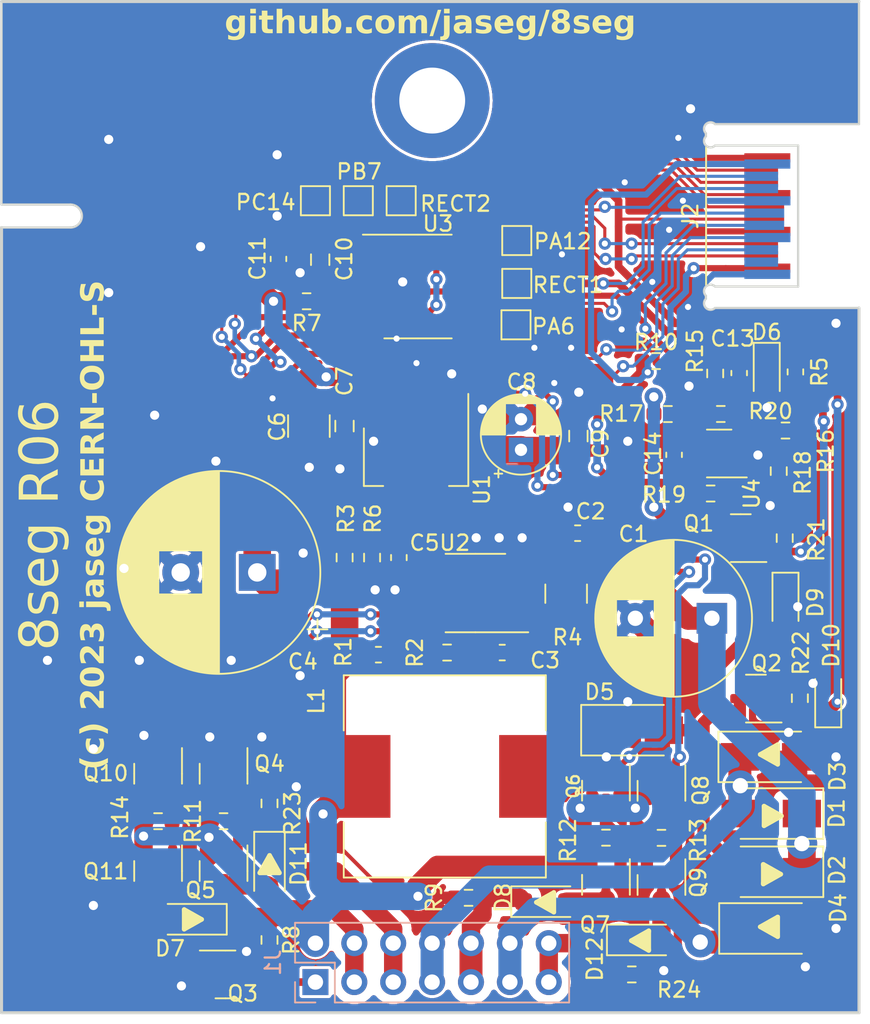
<source format=kicad_pcb>
(kicad_pcb (version 20230517) (generator pcbnew)

  (general
    (thickness 1.6)
  )

  (paper "A4")
  (layers
    (0 "F.Cu" signal)
    (31 "B.Cu" signal)
    (32 "B.Adhes" user "B.Adhesive")
    (33 "F.Adhes" user "F.Adhesive")
    (34 "B.Paste" user)
    (35 "F.Paste" user)
    (36 "B.SilkS" user "B.Silkscreen")
    (37 "F.SilkS" user "F.Silkscreen")
    (38 "B.Mask" user)
    (39 "F.Mask" user)
    (40 "Dwgs.User" user "User.Drawings")
    (41 "Cmts.User" user "User.Comments")
    (42 "Eco1.User" user "User.Eco1")
    (43 "Eco2.User" user "User.Eco2")
    (44 "Edge.Cuts" user)
    (45 "Margin" user)
    (46 "B.CrtYd" user "B.Courtyard")
    (47 "F.CrtYd" user "F.Courtyard")
    (48 "B.Fab" user)
    (49 "F.Fab" user)
  )

  (setup
    (stackup
      (layer "F.SilkS" (type "Top Silk Screen"))
      (layer "F.Paste" (type "Top Solder Paste"))
      (layer "F.Mask" (type "Top Solder Mask") (thickness 0.01))
      (layer "F.Cu" (type "copper") (thickness 0.035))
      (layer "dielectric 1" (type "core") (thickness 1.51) (material "FR4") (epsilon_r 4.5) (loss_tangent 0.02))
      (layer "B.Cu" (type "copper") (thickness 0.035))
      (layer "B.Mask" (type "Bottom Solder Mask") (thickness 0.01))
      (layer "B.Paste" (type "Bottom Solder Paste"))
      (layer "B.SilkS" (type "Bottom Silk Screen"))
      (copper_finish "None")
      (dielectric_constraints no)
    )
    (pad_to_mask_clearance 0)
    (pcbplotparams
      (layerselection 0x00010fc_ffffffff)
      (plot_on_all_layers_selection 0x0000000_00000000)
      (disableapertmacros false)
      (usegerberextensions false)
      (usegerberattributes false)
      (usegerberadvancedattributes false)
      (creategerberjobfile false)
      (dashed_line_dash_ratio 12.000000)
      (dashed_line_gap_ratio 3.000000)
      (svgprecision 6)
      (plotframeref false)
      (viasonmask false)
      (mode 1)
      (useauxorigin false)
      (hpglpennumber 1)
      (hpglpenspeed 20)
      (hpglpendiameter 15.000000)
      (pdf_front_fp_property_popups true)
      (pdf_back_fp_property_popups true)
      (dxfpolygonmode true)
      (dxfimperialunits true)
      (dxfusepcbnewfont true)
      (psnegative false)
      (psa4output false)
      (plotreference true)
      (plotvalue true)
      (plotinvisibletext false)
      (sketchpadsonfab false)
      (subtractmaskfromsilk false)
      (outputformat 1)
      (mirror false)
      (drillshape 0)
      (scaleselection 1)
      (outputdirectory "gerber")
    )
  )

  (net 0 "")
  (net 1 "+12V")
  (net 2 "GND")
  (net 3 "+3V3")
  (net 4 "Net-(Q4-D)")
  (net 5 "Net-(D5-K)")
  (net 6 "Net-(U2-FB)")
  (net 7 "/Vmeas_A")
  (net 8 "Net-(Q6-D)")
  (net 9 "/CH2")
  (net 10 "/CH3")
  (net 11 "/Q2")
  (net 12 "/Q0")
  (net 13 "/Q3")
  (net 14 "/Q1")
  (net 15 "/SWCLK")
  (net 16 "/SWDIO")
  (net 17 "/CH0")
  (net 18 "/LOAD")
  (net 19 "/CH1")
  (net 20 "+VSW")
  (net 21 "Net-(Q8-D)")
  (net 22 "/LED_K")
  (net 23 "Net-(Q10-D)")
  (net 24 "/C1")
  (net 25 "/ILIM")
  (net 26 "/DBG1")
  (net 27 "Net-(C3-Pad1)")
  (net 28 "/DBG2")
  (net 29 "/TX_POK")
  (net 30 "/TX_EN")
  (net 31 "/Vdiff")
  (net 32 "/RECT1")
  (net 33 "/RECT2")
  (net 34 "Net-(U2-BS)")
  (net 35 "/C2")
  (net 36 "Net-(U4-+)")
  (net 37 "Net-(U4--)")
  (net 38 "Net-(D7-A)")
  (net 39 "Net-(D8-A)")
  (net 40 "Net-(D11-A)")
  (net 41 "Net-(D12-A)")
  (net 42 "/NRST")
  (net 43 "Net-(U3-PA12{slash}PA10)")
  (net 44 "Net-(U3-PC14{slash}PB9)")
  (net 45 "unconnected-(J2-Pin_2-Pad2)")

  (footprint "Capacitor_SMD:C_1210_3225Metric_Pad1.33x2.70mm_HandSolder" (layer "F.Cu") (at 170.075 94.71 -90))

  (footprint "Capacitors_SMD:C_0603_HandSoldering" (layer "F.Cu") (at 172.4 94.71 -90))

  (footprint "Capacitors_SMD:C_0603_HandSoldering" (layer "F.Cu") (at 187.675 95.36 90))

  (footprint "Capacitors_SMD:C_0603_HandSoldering" (layer "F.Cu") (at 170.811641 83.85 -90))

  (footprint "Diode_SMD:D_SMA" (layer "F.Cu") (at 200.270651 123.8 180))

  (footprint "Resistor_SMD:R_0603_1608Metric_Pad1.05x0.95mm_HandSolder" (layer "F.Cu") (at 201.85 91.175 90))

  (footprint "Resistor_SMD:R_0603_1608Metric_Pad0.98x0.95mm_HandSolder" (layer "F.Cu") (at 169.925 86.563359 180))

  (footprint "Package_TO_SOT_SMD:SOT-223" (layer "F.Cu") (at 177.075 96.71 -90))

  (footprint "Capacitor_THT:CP_Radial_D5.0mm_P2.00mm" (layer "F.Cu") (at 183.925 96.26 90))

  (footprint "Capacitor_THT:CP_Radial_D13.0mm_P5.00mm" (layer "F.Cu") (at 166.7 104.260774 180))

  (footprint "Diode_SMD:D_SMA" (layer "F.Cu") (at 200.270651 120 180))

  (footprint "Diode_SMD:D_SMA" (layer "F.Cu") (at 200.220651 116.3))

  (footprint "Diode_SMD:D_SMA" (layer "F.Cu") (at 200.270651 127.5))

  (footprint "Diode_SMD:D_SMA" (layer "F.Cu") (at 191.255 114.56))

  (footprint "Capacitor_SMD:C_0603_1608Metric_Pad1.05x0.95mm_HandSolder" (layer "F.Cu") (at 175.95 103.292956 -90))

  (footprint "Resistor_SMD:R_0603_1608Metric_Pad0.98x0.95mm_HandSolder" (layer "F.Cu") (at 179.1 109.492956 180))

  (footprint "Resistor_SMD:R_0603_1608Metric_Pad0.98x0.95mm_HandSolder" (layer "F.Cu") (at 172.407044 103.292956 90))

  (footprint "Resistor_SMD:R_0603_1608Metric_Pad0.98x0.95mm_HandSolder" (layer "F.Cu") (at 174.2 103.292956 -90))

  (footprint "Resistor_SMD:R_0603_1608Metric_Pad1.05x0.95mm_HandSolder" (layer "F.Cu") (at 174.615 109.63))

  (footprint "Inductor_SMD:L_Neosid_SM-NE127_HandSoldering" (layer "F.Cu") (at 178.95 117.575))

  (footprint "Package_SO:SOIC-8-1EP_3.9x4.9mm_P1.27mm_EP2.29x3mm" (layer "F.Cu") (at 180.95 105.607044 180))

  (footprint "Capacitor_SMD:C_0603_1608Metric_Pad1.05x0.95mm_HandSolder" (layer "F.Cu") (at 187.625 101.7 180))

  (footprint "Capacitor_SMD:C_0603_1608Metric_Pad1.05x0.95mm_HandSolder" (layer "F.Cu") (at 182.7 109.492956))

  (footprint "Resistor_SMD:R_1210_3225Metric" (layer "F.Cu") (at 186.875 105.65 90))

  (footprint "Diode_SMD:D_SOD-323_HandSoldering" (layer "F.Cu") (at 199.975 91.175 -90))

  (footprint "Capacitor_THT:CP_Radial_D10.0mm_P5.00mm" (layer "F.Cu") (at 196.39556 107.254299 180))

  (footprint "Resistor_SMD:R_0603_1608Metric_Pad0.98x0.95mm_HandSolder" (layer "F.Cu") (at 189.475 121.575))

  (footprint "Resistor_SMD:R_0603_1608Metric_Pad0.98x0.95mm_HandSolder" (layer "F.Cu") (at 193.1 121.585))

  (footprint "Resistor_SMD:R_0603_1608Metric_Pad0.98x0.95mm_HandSolder" (layer "F.Cu") (at 160.225 120.5))

  (footprint "Resistor_SMD:R_0603_1608Metric_Pad0.98x0.95mm_HandSolder" (layer "F.Cu") (at 164.5 120.5))

  (footprint "TestPoint:TestPoint_Pad_1.5x1.5mm" (layer "F.Cu") (at 173.3 80))

  (footprint "TestPoint:TestPoint_Pad_1.5x1.5mm" (layer "F.Cu") (at 183.6 88.1))

  (footprint "Package_TO_SOT_SMD:SOT-23" (layer "F.Cu")
    (tstamp 07de6a91-266e-4b48-8fae-12b0e68b80e7)
    (at 193.1 118.515 -90)
    (descr "SOT, 3 Pin (https://www.jedec.org/system/files/docs/to-236h.pdf variant AB), generated with kicad-footprint-generator ipc_gullwing_generator.py")
    (tags "SOT TO_SOT_SMD")
    (property "LCSC" "C347475")
    (property "Sheetfile" "center.kicad_sch")
    (property "Sheetname" "")
    (property "ki_description" "30V Vds, 5.7A Id, N-Channel MOSFET, SOT-23")
    (property "ki_keywords" "N-Channel MOSFET")
    (path "/9784fd81-6968-46a3-891f-56e8ee46ebf0")
    (attr smd)
    (fp_text reference "Q8" (at -0.02 -2.56 90) (layer "F.SilkS") (tstamp e76d0c4e-f85f-4deb-867f-a86c4aca29ea)
      (effects (font (size 1 1) (thickness 0.15)))
    )
    (fp_text value "AO3400A" (at 0 2.4 90) (layer "F.Fab") (tstamp 8519e182-2d42-4729-bc3d-dc9b3f6c7093)
      (effects (font (size 1 1) (thickness 0.15)))
    )
    (fp_line (start 0 1.56) (end -0.65 1.56)
      (stroke (width 0.12) (type solid)) (layer "F.SilkS") (tstamp c1c502f3-0c74-4156-992e-d42cf058bf49))
    (fp_line (start 0 1.56) (end 0.65 1.56)
      (stroke (width 0.12) (type solid)) (layer "F.SilkS") (tstamp ce37ae18-8053-4544-89d8-45fb31266268))
    (fp_line (start 0 -1.56) (end -1.675 -1.56)
      (stroke (width 0.12) (type solid)) (layer "F.SilkS") (tstamp 4953f3c0-6ec0-4cae-b8de-f2211966a038))
    (fp_line (start 0 -1.56) (end 0.65 -1.56)
      (stroke (width 0.12) (type solid)) (layer "F.SilkS") (tstamp eaad08c9-11a0-4b60-86ec-403276f53bd6))
    (fp_line (start -1.92 1.7) (end 1.92 1.7)
      (stroke (width 0.05) (type solid)) (layer "F.CrtYd") (tstamp ac71f6c4-22ff-45b4-bb2d-af268e198ee8))
    (fp_line (start 1.92 1.7) (end 1.92 -1.7)
      (stroke (width 0.05) (type solid)) (layer "F.CrtYd") (tstamp 3d347922-2b02-44eb-b971-51ee0d8cc0fd))
    (fp_line (start -1.92 -1.7) (end -1.92 1.7)
      (stroke (width 0.05) (type solid)) (layer "F.CrtYd") (tstamp 1f9b2da0-bd13-472a-8cb6-b57e1ab96ac7))
    (fp_line (start 1.92 -1.7) (end -1.92 -1.7)
      (stroke (width 0.05) (type solid)) (layer "F.CrtYd") (tstamp 8ae65110-28d5-446e-b2b9-d0205d04b27b))
    (fp_line (start -0.65 1.45) (end -0.65 -1.125)
      (stroke (width 0.1) (type solid)) (layer "F.Fab") (tstamp a01c611c-1169-4603-9d22-8580487093da))
    (fp_line (start 0.65 1.45) (end -0.65 1.45)
      (stroke (width 0.1) (type solid)) (layer "F.Fab") (tstamp 914fb1e7-509b-4ee3-8fd5-00fbc6d1f59f))
    (fp_line (start -0.65 -1.125) (end -0.325 -1.45)
      (stroke (width 0.1) (type solid)) (layer "F.Fab") (tstamp 43683696-1a94-47fa-bc97-71ef6468a8e8))
    (fp_line (start -0.325 -1.45) (end 0.65 -1.45)
... [1446001 chars truncated]
</source>
